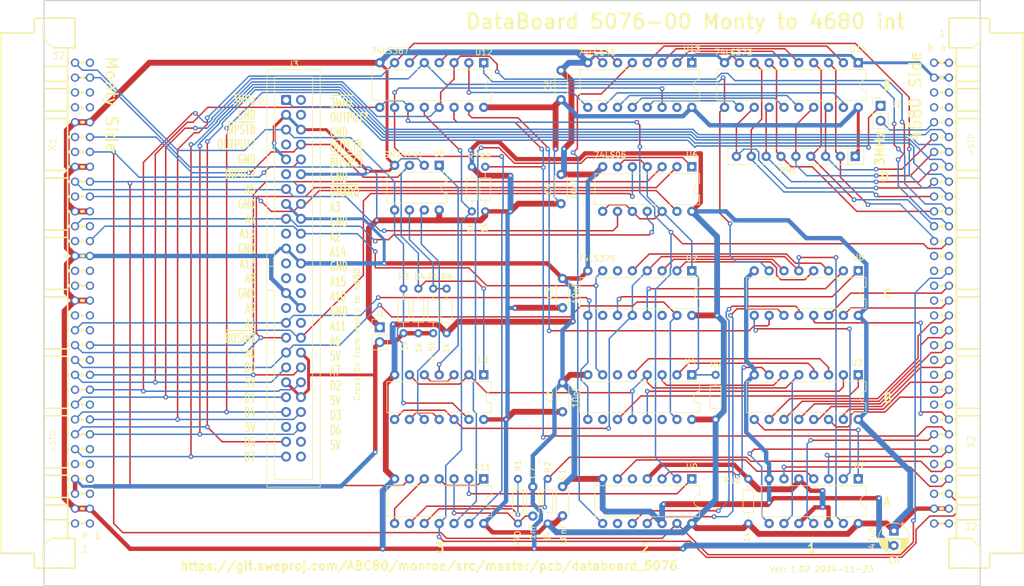
<source format=kicad_pcb>
(kicad_pcb
	(version 20240108)
	(generator "pcbnew")
	(generator_version "8.0")
	(general
		(thickness 1.6)
		(legacy_teardrops no)
	)
	(paper "A4")
	(title_block
		(title "DataBoard 5076-00")
		(date "2024-11-23")
		(rev "v1.02")
		(company "SweProj")
		(comment 1 "Monty to 4680 int")
	)
	(layers
		(0 "F.Cu" signal)
		(31 "B.Cu" signal)
		(32 "B.Adhes" user "B.Adhesive")
		(33 "F.Adhes" user "F.Adhesive")
		(34 "B.Paste" user)
		(35 "F.Paste" user)
		(36 "B.SilkS" user "B.Silkscreen")
		(37 "F.SilkS" user "F.Silkscreen")
		(38 "B.Mask" user)
		(39 "F.Mask" user)
		(40 "Dwgs.User" user "User.Drawings")
		(41 "Cmts.User" user "User.Comments")
		(42 "Eco1.User" user "User.Eco1")
		(43 "Eco2.User" user "User.Eco2")
		(44 "Edge.Cuts" user)
		(45 "Margin" user)
		(46 "B.CrtYd" user "B.Courtyard")
		(47 "F.CrtYd" user "F.Courtyard")
		(48 "B.Fab" user)
		(49 "F.Fab" user)
		(50 "User.1" user)
		(51 "User.2" user)
		(52 "User.3" user)
		(53 "User.4" user)
		(54 "User.5" user)
		(55 "User.6" user)
		(56 "User.7" user)
		(57 "User.8" user)
		(58 "User.9" user)
	)
	(setup
		(pad_to_mask_clearance 0)
		(allow_soldermask_bridges_in_footprints no)
		(pcbplotparams
			(layerselection 0x00010fc_ffffffff)
			(plot_on_all_layers_selection 0x0000000_00000000)
			(disableapertmacros no)
			(usegerberextensions no)
			(usegerberattributes yes)
			(usegerberadvancedattributes yes)
			(creategerberjobfile yes)
			(dashed_line_dash_ratio 12.000000)
			(dashed_line_gap_ratio 3.000000)
			(svgprecision 4)
			(plotframeref no)
			(viasonmask no)
			(mode 1)
			(useauxorigin no)
			(hpglpennumber 1)
			(hpglpenspeed 20)
			(hpglpendiameter 15.000000)
			(pdf_front_fp_property_popups yes)
			(pdf_back_fp_property_popups yes)
			(dxfpolygonmode yes)
			(dxfimperialunits yes)
			(dxfusepcbnewfont yes)
			(psnegative no)
			(psa4output no)
			(plotreference yes)
			(plotvalue yes)
			(plotfptext yes)
			(plotinvisibletext no)
			(sketchpadsonfab no)
			(subtractmaskfromsilk no)
			(outputformat 1)
			(mirror no)
			(drillshape 0)
			(scaleselection 1)
			(outputdirectory "gerber_1.02")
		)
	)
	(net 0 "")
	(net 1 "unconnected-(X1A-1-PadA1)")
	(net 2 "Net-(U5-COMREF)")
	(net 3 "Net-(U5-1OUT)")
	(net 4 "unconnected-(X1A-5-PadA5)")
	(net 5 "/~{BUSRST}")
	(net 6 "/D0")
	(net 7 "/D2")
	(net 8 "/D1")
	(net 9 "/D4")
	(net 10 "Net-(U3-~{Y6})")
	(net 11 "Net-(U8-~{Y6})")
	(net 12 "unconnected-(X1A-15-PadA15)")
	(net 13 "Net-(U7-E01)")
	(net 14 "unconnected-(X1A-17-PadA17)")
	(net 15 "unconnected-(X1A-18-PadA18)")
	(net 16 "Net-(U1-Pad11)")
	(net 17 "unconnected-(X1A-20-PadA20)")
	(net 18 "Net-(U5-2OUT)")
	(net 19 "/D3")
	(net 20 "unconnected-(X1A-23-PadA23)")
	(net 21 "unconnected-(X1A-26-PadA26)")
	(net 22 "unconnected-(X1A-27-PadA27)")
	(net 23 "unconnected-(X1A-29-PadA29)")
	(net 24 "unconnected-(X1A-30-PadA30)")
	(net 25 "unconnected-(X1B-1-PadB1)")
	(net 26 "unconnected-(X1B-3-PadB3)")
	(net 27 "unconnected-(X1B-4-PadB4)")
	(net 28 "unconnected-(X1B-5-PadB5)")
	(net 29 "unconnected-(X1B-6-PadB6)")
	(net 30 "/D6")
	(net 31 "/D5")
	(net 32 "unconnected-(X1B-9-PadB9)")
	(net 33 "/D7")
	(net 34 "unconnected-(X1B-12-PadB12)")
	(net 35 "unconnected-(X1B-14-PadB14)")
	(net 36 "unconnected-(X1B-15-PadB15)")
	(net 37 "unconnected-(X1B-17-PadB17)")
	(net 38 "unconnected-(X1B-18-PadB18)")
	(net 39 "/~{PREN}")
	(net 40 "unconnected-(X1B-21-PadB21)")
	(net 41 "/~{R{slash}W}")
	(net 42 "/~{INT7}")
	(net 43 "/~{INT6}")
	(net 44 "VCC")
	(net 45 "/~{INT4}")
	(net 46 "unconnected-(X1B-29-PadB29)")
	(net 47 "unconnected-(X1B-30-PadB30)")
	(net 48 "/~{INT3}")
	(net 49 "unconnected-(X1B-32-PadB32)")
	(net 50 "/~{INT2}")
	(net 51 "Net-(U12-OEb)")
	(net 52 "/~{INT1}")
	(net 53 "Net-(U4-D0)")
	(net 54 "Net-(U3-~{E2})")
	(net 55 "/~{INT0}")
	(net 56 "Net-(U1-Pad3)")
	(net 57 "Net-(U3-A0)")
	(net 58 "/~{TREN}")
	(net 59 "/~{PRAC}")
	(net 60 "Net-(U12-OEa)")
	(net 61 "unconnected-(U7-~{Q1}-Pad6)")
	(net 62 "Net-(U3-A1)")
	(net 63 "Net-(U3-A2)")
	(net 64 "Net-(U3-~{E1})")
	(net 65 "Net-(U3-E3)")
	(net 66 "Net-(R1-Pad2)")
	(net 67 "GND")
	(net 68 "/~{STR_OUT}")
	(net 69 "Net-(C7-Pad1)")
	(net 70 "/~{STRINP}")
	(net 71 "/~{C4}")
	(net 72 "/~{C3}")
	(net 73 "/~{C2}")
	(net 74 "/~{C1}")
	(net 75 "+5V")
	(net 76 "unconnected-(U4-~{Q1}-Pad6)")
	(net 77 "/OUT_X1")
	(net 78 "/5V_NC2")
	(net 79 "unconnected-(U4-~{Q2}-Pad10)")
	(net 80 "unconnected-(U4-~{Q3}-Pad14)")
	(net 81 "/5V_NC1")
	(net 82 "unconnected-(U7-~{Q2}-Pad10)")
	(net 83 "Net-(U7-Q2)")
	(net 84 "Net-(U7-Q3)")
	(net 85 "Net-(U9A-~{Q})")
	(net 86 "Net-(U3-~{Y7})")
	(net 87 "/XA10")
	(net 88 "unconnected-(U7-~{Q3}-Pad14)")
	(net 89 "Net-(U11-Pad12)")
	(net 90 "Net-(U9A-~{R})")
	(net 91 "Net-(U11-Pad1)")
	(net 92 "Net-(U11-Pad5)")
	(net 93 "unconnected-(U9A-Q-Pad5)")
	(net 94 "Net-(U7-Q1)")
	(net 95 "Net-(U7-~{Q0})")
	(net 96 "Net-(U7-Q0)")
	(net 97 "/XA14")
	(net 98 "Net-(U8-~{Y4})")
	(net 99 "Net-(U8-~{Y3})")
	(net 100 "/~{OUT}")
	(net 101 "/~{OPS}")
	(net 102 "/~{STAT}")
	(net 103 "Net-(U13-EI)")
	(net 104 "unconnected-(U9B-Q-Pad9)")
	(net 105 "Net-(U12-I1)")
	(net 106 "/~{INP}")
	(net 107 "Net-(U12-I2)")
	(net 108 "Net-(U12-I3)")
	(net 109 "Net-(U12-I4)")
	(net 110 "/~{3MHz} ")
	(net 111 "Net-(U13-I4)")
	(net 112 "Net-(U13-I5)")
	(net 113 "Net-(U13-I6)")
	(net 114 "Net-(U13-I7)")
	(net 115 "Net-(U13-IO)")
	(net 116 "Net-(U13-I1)")
	(net 117 "Net-(U13-I2)")
	(net 118 "Net-(U13-I3)")
	(net 119 "unconnected-(U13-EO-Pad15)")
	(net 120 "/XA8")
	(net 121 "/INP_X1")
	(net 122 "/XA12")
	(net 123 "/XA13")
	(net 124 "/OUT_X2")
	(net 125 "/XA11")
	(net 126 "/XA9")
	(net 127 "/XA15")
	(net 128 "/3MHz_I")
	(net 129 "unconnected-(J3-Pin_50-Pad50)")
	(net 130 "unconnected-(X1A-10-PadA10)")
	(net 131 "/~{XINPSTB}")
	(net 132 "/~{XOUTSTB}")
	(net 133 "/XA5")
	(net 134 "/~{DMARQ}")
	(net 135 "/XA3")
	(net 136 "/XA4")
	(net 137 "/XA1")
	(net 138 "/~{BUSINT}")
	(net 139 "/XA6")
	(net 140 "/XA0")
	(net 141 "/XA7")
	(net 142 "/XA2")
	(net 143 "/~{CS}")
	(net 144 "/~{INT5}")
	(net 145 "/-12V")
	(net 146 "/~{TRRQ}")
	(net 147 "/~{BPCLK}")
	(net 148 "/GNDB")
	(net 149 "/~{INT}")
	(net 150 "/~{CSB}")
	(net 151 "/~{NMI}")
	(net 152 "/12V")
	(net 153 "/~{XMEMWR}")
	(net 154 "/~{XMEMFL}")
	(net 155 "/3MHz")
	(net 156 "/~{XCSB2}")
	(net 157 "/~{XCSB3}")
	(net 158 "/~{XCSB4}")
	(net 159 "/~{XCSB5}")
	(net 160 "/A11")
	(net 161 "/A10")
	(net 162 "/A9")
	(net 163 "/~{EXP}")
	(net 164 "/~{BUSEN}")
	(net 165 "/~{DSTB}")
	(net 166 "/A5")
	(net 167 "/A4")
	(net 168 "/A1")
	(net 169 "/A0")
	(net 170 "/~{DIRW{slash}R}")
	(net 171 "/5+")
	(footprint "Package_DIP:DIP-16_W7.62mm" (layer "F.Cu") (at 155.702 91.186 -90))
	(footprint "Resistor_THT:R_Axial_DIN0204_L3.6mm_D1.6mm_P7.62mm_Horizontal" (layer "F.Cu") (at 159.766 116.586 90))
	(footprint "Package_DIP:DIP-14_W7.62mm" (layer "F.Cu") (at 120.142 126.746 -90))
	(footprint "Resistor_THT:R_Axial_DIN0204_L3.6mm_D1.6mm_P7.62mm_Horizontal" (layer "F.Cu") (at 125.984 134.366 90))
	(footprint "Resistor_THT:R_Axial_DIN0204_L3.6mm_D1.6mm_P7.62mm_Horizontal" (layer "F.Cu") (at 131.064 134.366 90))
	(footprint "Package_DIP:DIP-20_W7.62mm" (layer "F.Cu") (at 184.15 55.626 -90))
	(footprint "Capacitor_THT:CP_Radial_D5.0mm_P2.50mm" (layer "F.Cu") (at 190.246 135.636 -90))
	(footprint "Resistor_THT:R_Axial_DIN0204_L3.6mm_D1.6mm_P7.62mm_Horizontal" (layer "F.Cu") (at 113.792 101.854 90))
	(footprint "Package_DIP:DIP-16_W7.62mm" (layer "F.Cu") (at 120.142 55.626 -90))
	(footprint "Package_DIP:DIP-14_W7.62mm" (layer "F.Cu") (at 155.702 73.406 -90))
	(footprint "Capacitor_THT:C_Disc_D4.3mm_W1.9mm_P5.00mm" (layer "F.Cu") (at 133.604 115.276 90))
	(footprint "Resistor_THT:R_Axial_DIN0204_L3.6mm_D1.6mm_P7.62mm_Horizontal" (layer "F.Cu") (at 165.354 126.746 -90))
	(footprint "Capacitor_THT:C_Disc_D4.3mm_W1.9mm_P5.00mm" (layer "F.Cu") (at 133.35 61.936 90))
	(footprint "Connector_PinHeader_2.54mm:PinHeader_1x02_P2.54mm_Vertical" (layer "F.Cu") (at 187.96 62.992))
	(footprint "databoard_5076:FAB64Q" (layer "F.Cu") (at 202.184 94.996))
	(footprint "Resistor_THT:R_Axial_DIN0204_L3.6mm_D1.6mm_P7.62mm_Horizontal" (layer "F.Cu") (at 106.426 101.854 90))
	(footprint "Connector_IDC:IDC-Header_2x25_P2.54mm_Vertical"
		(layer "F.Cu")
		(uuid "8cdf41d2-888b-4000-adcd-859c207bc70c")
		(at 86.36 61.976)
		(descr "Through hole IDC box header, 2x25, 2.54mm pitch, DIN 41651 / IEC 60603-13, double rows, https://docs.google.com/spreadsheets/d/16SsEcesNF15N3Lb4niX7dcUr-NY5_MFPQhobNuNppn4/edit#gid=0")
		(tags "Through hole vertical IDC box header THT 2x25 2.54mm double row")
		(property "Reference" "J3"
			(at 1.27 -6.1 0)
			(layer "F.SilkS")
			(uuid "b766fb11-afe3-4bd1-8c5d-1b84b097c0f7")
			(effects
				(font
					(size 1 1)
					(thickness 0.15)
				)
			)
		)
		(property "Value" "Conn_02x25_Odd_Even"
			(at 1.27 67.06 0)
			(layer "F.Fab")
			(uuid "12521d5e-3f01-43c0-8543-4410ffbdff87")
			(effects
				(font
					(size 1 1)
					(thickness 0.15)
				)
			)
		)
		(property "Footprint" "Connector_IDC:IDC-Header_2x25_P2.54mm_Vertical"
			(at 0 0 0)
			(layer "F.Fab")
			(hide yes)
			(uuid "99f64859-7804-4382-a511-2780ed6282de")
			(effects
				(font
					(size 1.27 1.27)
					(thickness 0.15)
				)
			)
		)
		(property "Datasheet" ""
			(at 0 0 0)
			(layer "F.Fab")
			(hide yes)
			(uuid "d84a5fe6-e7a6-49c6-bada-4602328684d9")
			(effects
				(font
					(size 1.27 1.27)
					(thickness 0.15)
				)
			)
		)
		(property "Description" ""
			(at 0 0 0)
			(layer "F.Fab")
			(hide yes)
			(uuid "59d7714a-d34b-4589-91f9-bd16183cd3bf")
			(effects
				(font
					(size 1.27 1.27)
					(thickness 0.15)
				)
			)
		)
		(property ki_fp_filters "Connector*:*_2x??_*")
		(path "/726686d0-076e-4646-9f80-587f9beaca4c")
		(sheetname "Root")
		(sheetfile "databoard_5076.kicad_sch")
		(attr through_hole)
		(fp_line
			(start -4.68 -0.5)
			(end -4.68 0.5)
			(stroke
				(width 0.12)
				(type solid)
			)
			(layer "F.SilkS")
			(uuid "99694679-48e3-44b7-892a-a6a249c35027")
		)
		(fp_line
			(start -4.68 0.5)
			(end -3.68 0)
			(stroke
				(width 0.12)
				(type solid)
			)
			(layer "F.SilkS")
			(uuid "a0650d93-a3ce-492c-bdbc-af5c711cf2ed")
		)
		(fp_line
			(start -3.68 0)
			(end -4.68 -0.5)
			(stroke
				(width 0.12)
				(type solid)
			)
			(layer "F.SilkS")
			(uuid "5f1f44fa-9b08-476c-b6a0-112147158c8a")
		)
		(fp_line
			(start -3.29 -5.21)
			(end 5.83 -5.21)
			(stroke
				(width 0.12)
				(type solid)
			)
			(layer "F.SilkS")
			(uuid "f75428dd-10c7-4e17-9259-946b8f84cd0d")
		)
		(fp_line
			(start -3.29 28.43)
			(end -1.98 28.43)
			(stroke
				(width 0.12)
				(type solid)
			)
			(layer "F.SilkS")
			(uuid "9499dfea-90d0-4533-871b-484724037704")
		)
		(fp_line
			(start -3.29 66.17)
			(end -3.29 -5.21)
			(stroke
				(width 0.12)
				(type solid)
			)
			(layer "F.SilkS")
			(uuid "6d8aa5aa-8c8a-4365-9193-55dc7f84ebb0")
		)
		(fp_line
			(start -1.98 -3.91)
			(end 4.52 -3.91)
			(stroke
				(width 0.12)
				(type solid)
			)
			(layer "F.SilkS")
			(uuid "211e4532-d902-4d36-8da3-c496f1f81137")
		)
		(fp_line
			(start -1.98 28.43)
			(end -1.98 -3.91)
			(stroke
				(width 0.12)
				(type solid)
			)
			(layer "F.SilkS")
			(uuid "7898d542-3857-48f7-b444-94ac981bb125")
		)
		(fp_line
			(start -1.98 32.53)
			(end -3.29 32.53)
			(stroke
				(width 0.12)
				(type solid)
			)
			(layer "F.SilkS")
			(uuid "6b292712-2f7b-4cac-b21f-0c50f38ac869")
		)
		(fp_line
			(start -1.98 32.53)
			(end -1.98 32.53)
			(stroke
				(width 0.12)
				(type solid)
			)
			(layer "F.SilkS")
			(uuid "46456993-6856-4569-a6af-c5915116b5aa")
		)
		(fp_line
			(start -1.98 64.87)
			(end -1.98 32.53)
			(stroke
				(width 0.12)
				(type solid)
			)
			(layer "F.SilkS")
			(uuid "01887cc5-f766-419e-8604-e168edda5dcc")
		)
		(fp_line
			(start 4.52 -3.91)
			(end 4.52 64.87)
			(stroke
				(width 0.12)
				(type solid)
			)
			(layer "F.SilkS")
			(uuid "28d52036-87c9-4e7d-b2aa-6a04e4f65b82")
		)
		(fp_line
			(start 4.52 64.87)
			(end -1.98 64.87)
			(stroke
				(width 0.12)
				(type solid)
			)
			(layer "F.SilkS")
			(uuid "cc7c1555-99ef-4821-a771-58e9fd1612be")
		)
		(fp_line
			(start 5.83 -5.21)
			(end 5.83 66.17)
			(stroke
				(width 0.12)
				(type solid)
			)
			(layer "F.SilkS")
			(uuid "132074e2-6c36-4f87-aed7-872c76791f6e")
		)
		(fp_line
			(start 5.83 66.17)
			(end -3.29 66.17)
			(stroke
				(width 0.12)
				(type solid)
			)
			(layer "F.SilkS")
			(uuid "5094c417-5330-4d04-83b9-fe49db2056c1")
		)
		(fp_line
			(start -3.68 -5.6)
			(end -3.68 66.56)
			(stroke
				(width 0.05)
				(type solid)
			)
			(layer "F.CrtYd")
			(uuid "fa16a02d-b021-4f05-ae9e-9146541fb092")
		)
		(fp_line
			(start -3.68 66.56)
			(end 6.22 66.56)
			(stroke
				(width 0.05)
				(type solid)
			)
			(layer "F.CrtYd")
			(uuid "883c5b1f-d585-4fee-887e-b90870641023")
		)
		(fp_line
			(start 6.22 -5.6)
			(end -3.68 -5.6)
			(stroke
				(width 0.05)
				(type solid)
			)
			(layer "F.CrtYd")
			(uuid "ecfb39e9-4dc7-4012-90f3-b7c2bd3c54fc")
		)
		(fp_line
			(start 6.22 66.56)
			(end 6.22 -5.6)
			(stroke
				(width 0.05)
				(type solid)
			)
			(layer "F.CrtYd")
			(uuid "7c0dbbcc-c14f-47d9-848c-9091ab5d332f")
		)
		(fp_line
			(start -3.18 -4.1)
			(end -2.18 -5.1)
			(stroke
				(width 0.1)
				(type solid)
			)
			(layer "F.Fab")
			(uuid "ebd9221b-74af-422b-ad2a-9c0fefc58b14")
		)
		(fp_line
			(start -3.18 28.43)
			(end -1.98 28.43)
			(stroke
				(width 0.1)
				(type solid)
			)
			(layer "F.Fab")
			(uuid "847308f3-ec64-41c9-9e25-86c9a2ae142e")
		)
		(fp_line
			(start -3.18 66.06)
			(end -3.18 -4.1)
			(stroke
				(width 0.1)
				(type solid)
			)
			(layer "F.Fab")
			(uuid "b0d66287-2661-4f7f-961c-ed0c2fdad03f")
		)
		(fp_line
			(start -2.18 -5.1)
			(end 5.72 -5.1)
			(stroke
				(width 0.1)
				(type solid)
			)
			(layer "F.Fab")
			(uuid "3690b43e-f887-40d8-9a66-4054e4bd49b2")
		)
		(fp_line
			(start -1.98 -3.91)
			(end 4.52 -3.91)
			(stroke
				(width 0.1)
				(type solid)
			)
			(layer "F.Fab")
			(uuid "445a79e0-4eb8-4a66-b7c8-ed3f5f919e4f")
		)
		(fp_line
			(start -1.98 28.43)
			(end -1.98 -3.91)
			(stroke
				(width 0.1)
				(type solid)
			)
			(layer "F.Fab")
			(uuid "32f75a23-d74d-49d1-9f55-4eaab3bf67ba")
		)
		(fp_line
			(start -1.98 32.53)
			(end -3.18 32.53)
			(stroke
				(width 0.1)
				(type solid)
			)
			(layer "F.Fab")
			(uuid "a2a96772-15b7-4115-8b50-41d53ee48834")
		)
		(fp_line
			(start -1.98 32.53)
			(end -1.98 32.53)
			(stroke
				(width 0.1)
				(type solid)
			)
			(layer "F.Fab")
			(uuid "443f8a2b-a8bc-4eb3-bf83-522d29262583")
		)
		(fp_line
			(start -1.98 64.87)
			(end -1.98 32.53)
			(stroke
				(width 0.1)
				(type solid)
			)
			(layer "F.Fab")
			(uuid "4063c6a6-33df-4e19-9a34-dfff7f56df84")
		)
		(fp_line
			(start 4.52 -3.91)
			(end 4.52 64.87)
			(stroke
				(width 0.1)
				(type solid)
			)
			(layer "F.Fab")
			(uuid "0353bea4-e65a-4ccc-a543-1a8597c6af79")
		)
		(fp_line
			(start 4.52 64.87)
			(end -1.98 64.87)
			(stroke
				(width 0.1)
				(type solid)
			)
			(layer "F.Fab")
			(uuid "3150e36a-208c-4f81-beab-b6facc10fe73")
		)
		(fp_line
			(start 5.72 -5.1)
			(end 5.72 66.06)
			(stroke
				(width 0.1)
				(type solid)
			)
			(layer "F.Fab")
			(uuid "2c1e38ee-2dfd-4aa2-83fa-941c927f550d")
		)
		(fp_line
			(start 5.72 66.06)
			(end -3.18 66.06)
			(stroke
				(width 0.1)
				(type solid)
			)
			(layer "F.Fab")
			(uuid "4531bd1b-4e82-4ab4-a197-2f03419fd759")
		)
		(fp_text user "${REFERENCE}"
			(at 1.27 30.48 90)
			(layer "F.Fab")
			(uuid "ba4883d6-8ec4-4ddd-a471-d1cc1ab001ab")
			(effects
				(font
					(size 1 1)
					(thickness 0.15)
				)
			)
		)
		(pad "1" thru_hole roundrect
			(at 0 0)
			(size 1.7 1.7)
			(drill 1)
			(layers "*.Cu" "*.Mask")
			(remove_unused_layers no)
			(roundrect_rratio 0.1470588235)
			(net 128 "/3MHz_I")
			(pinfunction "Pin_1")
			(pintype "passive")
			(uuid "b0b05b57-21d4-4f2a-af3a-e5a53b53b687")
		)
		(pad "2" thru_hole circle
			(at 2.54 0)
			(size 1.7 1.7)
			(drill 1)
			(layers "*.Cu" "*.Mask")
			(remove_unused_layers no)
			(net 110 "/~{3MHz} ")
			(pinfunction "Pin_2")
			(pintype "passive")
			(uuid "70deba09-278d-4b0e-8bdd-95a7e555adbf")
		)
		(pad "3" thru_hole circle
			(at 0 2.54)
			(size 1.7 1.7)
			(drill 1)
			(layers "*.Cu" "*.Mask")
			(remove_unused_layers no)
			(net 67 "GND")
			(pinfunction "Pin_3")
			(pintype "passive")
			(uuid "ed4f45ab-1135-4782-91de-df10d7ce4ce9")
		)
		(pad "4" thru_hole circle
			(at 2.54 2.54)
			(size 1.7 1.7)
			(drill 1)
			(layers "*.Cu" "*.Mask")
			(remove_unused_layers no)
			(net 77 "/OUT_X1")
			(pinfunction "Pin_4")
			(pintype "passive")
			(uuid "11e8fad0-485f-4650-bc28-07b492feb94f")
		)
		(pad "5" thru_hole circle
			(at 0 5.08)
			(size 1.7 1.7)
			(drill 1)
			(layers "*.Cu" "*.Mask")
			(remove_unused_layers no)
			(net 131 "/~{XINPSTB}")
			(pinfunction "Pin_5")
			(pintype "passive")
			(uuid "847e0519-eab4-4bc1-bb89-4af8ce2bc784")
		)
		(pad "6" thru_hole circle
			(at 2.54 5.08)
			(size 1.7 1.7)
			(drill 1)
			(layers "*.Cu" "*.Mask")
			(remove_unused_layers no)
			(net 67 "GND")
			(pinfunction "Pin_6")
			(pintype "passive")
			(uuid "a333f383-2a9a-4fa7-ba33-fd18ad1e2d3c")
		)
		(pad "7" thru_hole circle
			(at 0 7.62)
			(size 1.7 1.7)
			(drill 1)
			(layers "*.Cu" "*.Mask")
			(remove_unused_layers no)
			(net 124 "/OUT_X2")
			(pinfunction "Pin_7")
			(pintype "passive")
			(uuid "a60faedf-169c-4cef-ac93-f889ad6e94af")
		)
		(pad "8" thru_hole circle
			(at 2.54 7.62)
			(size 1.7 1.7)
			(drill 1)
			(layers "*.Cu" "*.Mask")
			(remove_unused_layers no)
			(net 132 "/~{XOUTSTB}")
			(pinfunction "Pin_8")
			(pintype "passive")
			(uuid "3b02fc7c-fc8a-48e9-90cc-b7a16d657ef2")
		)
		(pad "9" thru_hole circle
			(at 0 10.16)
			(size 1.7 1.7)
			(drill 1)
			(layers "*.Cu" "*.Mask")
			(remove_unused_layers no)
			(net 67 "GND")
			(pinfunction "Pin_9")
			(pintype "passive")
			(uuid "cfa10c93-e6dd-4b8c-984c-f26fd06b82f1")
		)
		(pad "10" thru_hole circle
			(at 2.54 10.16)
			(size 1.7 1.7)
			(drill 1)
			(layers "*.Cu" "*.Mask")
			(remove_unused_layers no)
			(net 5 "/~{BUSRST}")
			(pinfunction "Pin_10")
			(pintype "passive")
			(uuid "ee7c4716-d143-4def-a4b8-e1bb1ecb23c7")
		)
		(pad "11" thru_hole circle
			(at 0 12.7)
			(size 1.7 1.7)
			(drill 1)
			(layers "*.Cu" "*.Mask")
			(remove_unused_layers no)
			(net 121 "/INP_X1")
			(pinfunction "Pin_11")
			(pintype "passive")
			(uuid "7ad2cae7-0075-4c9c-bbb5-d16fb1be9b24")
		)
		(pad "12" thru_hole circle
			(at 2.54 12.7)
			(size 1.7 1.7)
			(drill 1)
			(layers "*.Cu" "*.Mask")
			(remove_unused_layers no)
			(net 67 "GND")
			(pinfunction "Pin_12")
			(pintype "passive")
			(uuid "5424a2b4-db13-4e89-902f-6cefcaebce1e")
		)
		(pad "13" thru_hole circle
			(at 0 15.24)
			(size 1.7 1.7)
			(drill 1)
			(layers "*.Cu" "*.Mask")
			(remove_unused_layers no)
			(net 133 "/XA5")
			(pinfunction "Pin_13")
			(pintype "passive")
			(uuid "8be6e73f-fa61-4374-9b0c-7fb535e31eb8")
		)
		(pad "14" thru_hole circle
			(at 2.54 15.24)
			(size 1.7 1.7)
			(drill 1)
			(layers "*.Cu" "*.Mask")
			(remove_unused_layers no)
			(net 134 "/~{DMARQ}")
			(pinfunction "Pin_14")
			(pintype "passive")
			(uuid "99b0e702-b8e4-4574-b6d4-ebabaac49afc")
		)
		(pad "15" thru_hole circle
			(at 0 17.78)
			(size 1.7 1.7)
			(drill 1)
			(layers "*.Cu" "*.Mask")
			(remove_unused_layers no)
			(net 67 "GND")
			(pinfunction "Pin_15")
			(pintype "passive")
			(uuid "363d15a2-24f4-4174-a0d6-dd4ab820c1fe")
		)
		(pad "16" thru_hole circle
			(at 2.54 17.78)
			(size 1.7 1.7)
			(drill 1)
			(layers "*.Cu" "*.Mask")
			(remove_unused_layers no)
			(net 135 "/XA3")
			(pinfunction "Pin_16")
			(pintype "passive")
			(uuid "eb03c921-bbd1-4612-b694-48f57830c95f")
		)
		(pad "17" thru_hole circle
			(at 0 20.32)
			(size 1.7 1.7)
			(drill 1)
			(layers "*.Cu" "*.Mask")
			(remove_unused_layers no)
			(net 136 "/XA4")
			(pinfunction "Pin_17")
			(pintype "passive")
			(uuid "50c585d9-43a6-4f0f-af86-d67c0229e232")
		)
		(pad "18" thru_hole circle
			(at 2.54 20.32)
			(size 1.7 1.7)
			(drill 1)
			(layers "*.Cu" "*.Mask")
			(remove_unused_layers no)
			(net 67 "GND")
			(pinfunction "Pin_18")
			(pintype "passive")
			(uuid "d966642e-f0c7-4534-bac3-10b5040c2e4c")
		)
		(pad "19" thru_hole circle
			(at 0 22.86)
			(size 1.7 1.7)
			(drill 1)
			(layers "*.Cu" "*.Mask")
			(remove_unused_layers no)
			(net 122 "/XA12")
			(pinfunction "Pin_19")
			(pintype "passive"
... [392492 chars truncated]
</source>
